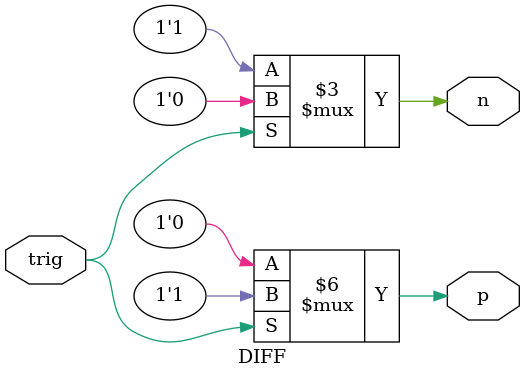
<source format=sv>
module EDGE_POS(
	input wire clk,
	input wire in,
	output reg out = 0
);

	reg last = 0;
	always @(posedge clk) begin
		out  = ~last & in;
		last = in;
	end

endmodule

module EDGE_NEG(
	input wire clk,
	input wire in,
	output reg out = 0
);

	reg last = 0;
	always @(posedge clk) begin
		out  = last & ~in;
		last = in;
	end

endmodule

module EDGE_ANY(
	input wire clk,
	input wire in,
	output reg out = 0
);

	reg last = 0;
	always @(posedge clk) begin
		out  = last ^ in;
		last = in;
	end

endmodule


module CLK_DIV #(parameter DIV_BITS)
(
	input wire in,
	output wire out
);
	reg [DIV_BITS-1:0] counter = 0;
	assign out = counter[DIV_BITS-1];
	always @(posedge in)
		counter = counter + 1'd1;
endmodule

module CLK_DIV_BY_10
(
	input wire in,
	output reg out = 0
);
	reg [2:0] counter = 0;
	always @(posedge in)
		if(counter == 0) begin
			counter <= 3'd4;
			out <= ~out;
		end else begin
			counter <= counter - 1'd1;
		end
endmodule

module DEBOUNCE(
	input wire clk,
	input wire in,
	output reg out = 0
);

	reg last = 0;
	reg [10:0] counter = 0;

	always @(posedge clk) begin
		if(last == in) 
			counter = counter + 11'd1;
		else 
			counter = 0;
			
		if(counter[10]) begin
			out = last;
			counter = 0;
		end
		last = in;
	end
endmodule



module DIV_MOD #(
	parameter base = 4'd10,
	parameter W_in  = 4'd9,
	parameter W_mod = 4'd4,
	parameter W_div = W_in
)(
	input wire [W_in-1:0]  in,
	output reg [W_div-1:0] div,
	output reg [W_mod-1:0] mod
);
	
	// To avoid implicit truncatino warning
	function [W_mod-1:0] truncate_mod(input [W_in-1:0] val);
		truncate_mod = val[W_mod-1:0];
	endfunction
	function [W_div-1:0] truncate_div(input [W_in-1:0] val);
		truncate_div = val[W_div-1:0];
	endfunction
	
	always @(*) begin
		div = truncate_div(in / base);
		mod = truncate_mod(in % base);
	end

endmodule


module DIFF(
	input  wire trig,
	output wire p,
	output wire n
);

	always_comb begin
		if(trig) begin
			p <= 1'b1;
			n <= 1'b0;
		end else begin
			p <= 1'b0;
			n <= 1'b1;
		end
	end

endmodule

</source>
